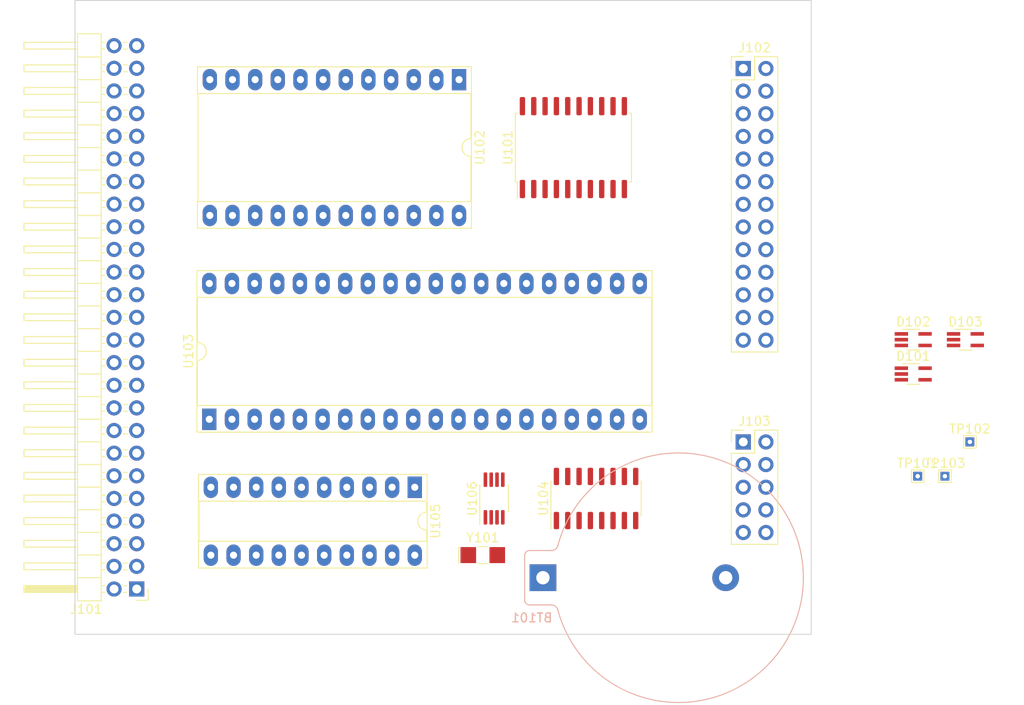
<source format=kicad_pcb>
(kicad_pcb (version 20211014) (generator pcbnew)
  (layers (0 "F.Cu" signal) (31 "B.Cu" signal) (34 "B.Paste" user) (35 "F.Paste" user) (36 "B.SilkS" user "B.Silkscreen") (37 "F.SilkS" user "F.Silkscreen") (38 "B.Mask" user) (39 "F.Mask" user) (44 "Edge.Cuts" user))
  (net 0 "")
  (net 1 "CEN.D0")
  (net 2 "GND")
  (net 3 "CEN.D1")
  (net 4 "CEN.D2")
  (net 5 "CEN.D3")
  (net 6 "CEN.D4")
  (net 7 "CEN.D5")
  (net 8 "CEN.D6")
  (net 9 "CEN.D7")
  (net 10 "CEN.~{BUSY}")
  (net 11 "CEN.~{STROBE}")
  (net 14 "5VDC")
  (net 16 "12VDC")
  (net 17 "A14")
  (net 18 "A15")
  (net 19 "A12")
  (net 20 "A13")
  (net 21 "A10")
  (net 22 "A11")
  (net 23 "A8")
  (net 24 "A9")
  (net 25 "A6")
  (net 26 "A7")
  (net 27 "A4")
  (net 28 "A5")
  (net 29 "A2")
  (net 30 "A3")
  (net 31 "A0")
  (net 32 "A1")
  (net 33 "D6")
  (net 34 "D7")
  (net 35 "D4")
  (net 36 "D5")
  (net 37 "D2")
  (net 38 "D3")
  (net 39 "D0")
  (net 40 "D1")
  (net 41 "~{RESET}")
  (net 42 "~{M1}")
  (net 44 "~{INT}")
  (net 46 "~{WAIT}")
  (net 47 "~{WR}")
  (net 48 "~{MREQ}")
  (net 49 "~{RD}")
  (net 50 "~{IOREQ}")
  (net 55 "3M2")
  (net 56 "CLK")
  (net 57 "CEN.PAPEROUT")
  (net 64 "RS232.RTS")
  (net 65 "RS232.CTS")
  (net 66 "SERIAL.CTS")
  (net 67 "SERIAL.RTS")
  (net 68 "SERIAL.TXD")
  (net 69 "SERIAL.RXD")
  (net 70 "RS232.RXD")
  (net 71 "RS232.TXD")
  (net 72 "TIMER.CLK")
  (net 73 "~{TxCA}")
  (net 74 "~{RxCA}")
  (net 75 "~{RxTxCB}")
  (net 76 "TIMER.~{CS}")
  (net 79 "SERIAL.RI")
  (net 80 "CEN.ACK")
  (net 81 "SERIAL.~{DCD}")
  (net 82 "DART.CLK")
  (net 83 "PAR.~{BUSY}")
  (net 84 "PAR.WR")
  (net 85 "PAR.~{STROBE}")
  (net 88 "DART.~{CS}")
  (net 89 "PAR.PAPEROUT")
  (net 90 "EXT.~{SDO}")
  (net 91 "CEN.SELSTAT")
  (net 92 "CEN.~{ALF}")
  (net 93 "CEN.ERR")
  (net 94 "CEN.INIT")
  (net 95 "CEN.~{SEL}")
  (net 100 "EXT.~{SDI}")
  (net 104 "VBAT")
  (net 105 "RTC.~{SCL}")
  (net 106 "Net-(U106-Pad1)")
  (net 107 "Net-(U106-Pad2)")
  (net 108 "RTC.~{SDA}")
  (footprint "TestPoint:TestPoint_THTPad_1.0x1.0mm_Drill0.5mm" (layer "F.Cu") (at 204.47 80.01)
    (fp_text reference "TP102" (at 0 -1.448) (layer "F.SilkS"))
    (fp_text value "TestPoint_Probe")
    (pad "1" thru_hole rect (at 0 0) (size 1 1) (drill 0.5) (layers *.Cu *.Mask) (net 90 "EXT.~{SDO}"))
  )
  (footprint "TestPoint:TestPoint_THTPad_1.0x1.0mm_Drill0.5mm" (layer "F.Cu") (at 201.67 83.86)
    (fp_text reference "TP103" (at 0 -1.448) (layer "F.SilkS"))
    (fp_text value "TestPoint_Probe")
    (pad "1" thru_hole rect (at 0 0) (size 1 1) (drill 0.5) (layers *.Cu *.Mask) (net 105 "RTC.~{SCL}"))
  )
  (footprint "Package_TO_SOT_SMD:SOT-353_SC-70-5_Handsoldering" (layer "F.Cu") (at 198.12 68.54)
    (fp_text reference "D102" (at 0 -2) (layer "F.SilkS"))
    (fp_text value "PESD5V0L4UG")
    (pad "1" smd rect (at -1.33 -0.65) (size 1.5 0.4) (layers "F.Cu" "F.Paste" "F.Mask") (net 6 "CEN.D4"))
    (pad "2" smd rect (at -1.33 0) (size 1.5 0.4) (layers "F.Cu" "F.Paste" "F.Mask") (net 2 "GND"))
    (pad "3" smd rect (at -1.33 0.65) (size 1.5 0.4) (layers "F.Cu" "F.Paste" "F.Mask") (net 7 "CEN.D5"))
    (pad "4" smd rect (at 1.33 0.65) (size 1.5 0.4) (layers "F.Cu" "F.Paste" "F.Mask") (net 8 "CEN.D6"))
    (pad "5" smd rect (at 1.33 -0.65) (size 1.5 0.4) (layers "F.Cu" "F.Paste" "F.Mask") (net 9 "CEN.D7"))
  )
  (footprint "Package_SO:SOIC-16_3.9x9.9mm_P1.27mm" (layer "F.Cu") (at 162.56 86.36 90)
    (fp_text reference "U104" (at 0 -5.9 90) (layer "F.SilkS"))
    (fp_text value "MAX232")
    (pad "1" smd roundrect (at -2.475 -4.445 90) (size 1.95 0.6) (layers "F.Cu" "F.Paste" "F.Mask"))
    (pad "2" smd roundrect (at -2.475 -3.175 90) (size 1.95 0.6) (layers "F.Cu" "F.Paste" "F.Mask"))
    (pad "3" smd roundrect (at -2.475 -1.905 90) (size 1.95 0.6) (layers "F.Cu" "F.Paste" "F.Mask"))
    (pad "4" smd roundrect (at -2.475 -0.635 90) (size 1.95 0.6) (layers "F.Cu" "F.Paste" "F.Mask"))
    (pad "5" smd roundrect (at -2.475 0.635 90) (size 1.95 0.6) (layers "F.Cu" "F.Paste" "F.Mask"))
    (pad "6" smd roundrect (at -2.475 1.905 90) (size 1.95 0.6) (layers "F.Cu" "F.Paste" "F.Mask"))
    (pad "7" smd roundrect (at -2.475 3.175 90) (size 1.95 0.6) (layers "F.Cu" "F.Paste" "F.Mask") (net 64 "RS232.RTS"))
    (pad "8" smd roundrect (at -2.475 4.445 90) (size 1.95 0.6) (layers "F.Cu" "F.Paste" "F.Mask") (net 65 "RS232.CTS"))
    (pad "9" smd roundrect (at 2.475 4.445 90) (size 1.95 0.6) (layers "F.Cu" "F.Paste" "F.Mask") (net 66 "SERIAL.CTS"))
    (pad "10" smd roundrect (at 2.475 3.175 90) (size 1.95 0.6) (layers "F.Cu" "F.Paste" "F.Mask") (net 67 "SERIAL.RTS"))
    (pad "11" smd roundrect (at 2.475 1.905 90) (size 1.95 0.6) (layers "F.Cu" "F.Paste" "F.Mask") (net 68 "SERIAL.TXD"))
    (pad "12" smd roundrect (at 2.475 0.635 90) (size 1.95 0.6) (layers "F.Cu" "F.Paste" "F.Mask") (net 69 "SERIAL.RXD"))
    (pad "13" smd roundrect (at 2.475 -0.635 90) (size 1.95 0.6) (layers "F.Cu" "F.Paste" "F.Mask") (net 70 "RS232.RXD"))
    (pad "14" smd roundrect (at 2.475 -1.905 90) (size 1.95 0.6) (layers "F.Cu" "F.Paste" "F.Mask") (net 71 "RS232.TXD"))
    (pad "15" smd roundrect (at 2.475 -3.175 90) (size 1.95 0.6) (layers "F.Cu" "F.Paste" "F.Mask") (net 2 "GND"))
    (pad "16" smd roundrect (at 2.475 -4.445 90) (size 1.95 0.6) (layers "F.Cu" "F.Paste" "F.Mask") (net 14 "5VDC"))
  )
  (footprint "Connector_PinHeader_2.54mm:PinHeader_2x13_P2.54mm_Vertical" (layer "F.Cu") (at 179.065 38.115)
    (fp_text reference "J102" (at 1.27 -2.33) (layer "F.SilkS"))
    (fp_text value "DB25_Female")
    (pad "1" thru_hole rect (at 0 0) (size 1.7 1.7) (drill 1) (layers *.Cu *.Mask) (net 11 "CEN.~{STROBE}"))
    (pad "2" thru_hole oval (at 2.54 0) (size 1.7 1.7) (drill 1) (layers *.Cu *.Mask) (net 1 "CEN.D0"))
    (pad "3" thru_hole oval (at 0 2.54) (size 1.7 1.7) (drill 1) (layers *.Cu *.Mask) (net 3 "CEN.D1"))
    (pad "4" thru_hole oval (at 2.54 2.54) (size 1.7 1.7) (drill 1) (layers *.Cu *.Mask) (net 4 "CEN.D2"))
    (pad "5" thru_hole oval (at 0 5.08) (size 1.7 1.7) (drill 1) (layers *.Cu *.Mask) (net 5 "CEN.D3"))
    (pad "6" thru_hole oval (at 2.54 5.08) (size 1.7 1.7) (drill 1) (layers *.Cu *.Mask) (net 6 "CEN.D4"))
    (pad "7" thru_hole oval (at 0 7.62) (size 1.7 1.7) (drill 1) (layers *.Cu *.Mask) (net 7 "CEN.D5"))
    (pad "8" thru_hole oval (at 2.54 7.62) (size 1.7 1.7) (drill 1) (layers *.Cu *.Mask) (net 8 "CEN.D6"))
    (pad "9" thru_hole oval (at 0 10.16) (size 1.7 1.7) (drill 1) (layers *.Cu *.Mask) (net 9 "CEN.D7"))
    (pad "10" thru_hole oval (at 2.54 10.16) (size 1.7 1.7) (drill 1) (layers *.Cu *.Mask) (net 80 "CEN.ACK"))
    (pad "11" thru_hole oval (at 0 12.7) (size 1.7 1.7) (drill 1) (layers *.Cu *.Mask) (net 10 "CEN.~{BUSY}"))
    (pad "12" thru_hole oval (at 2.54 12.7) (size 1.7 1.7) (drill 1) (layers *.Cu *.Mask) (net 57 "CEN.PAPEROUT"))
    (pad "13" thru_hole oval (at 0 15.24) (size 1.7 1.7) (drill 1) (layers *.Cu *.Mask) (net 91 "CEN.SELSTAT"))
    (pad "14" thru_hole oval (at 2.54 15.24) (size 1.7 1.7) (drill 1) (layers *.Cu *.Mask) (net 92 "CEN.~{ALF}"))
    (pad "15" thru_hole oval (at 0 17.78) (size 1.7 1.7) (drill 1) (layers *.Cu *.Mask) (net 93 "CEN.ERR"))
    (pad "16" thru_hole oval (at 2.54 17.78) (size 1.7 1.7) (drill 1) (layers *.Cu *.Mask) (net 94 "CEN.INIT"))
    (pad "17" thru_hole oval (at 0 20.32) (size 1.7 1.7) (drill 1) (layers *.Cu *.Mask) (net 95 "CEN.~{SEL}"))
    (pad "18" thru_hole oval (at 2.54 20.32) (size 1.7 1.7) (drill 1) (layers *.Cu *.Mask) (net 2 "GND"))
    (pad "19" thru_hole oval (at 0 22.86) (size 1.7 1.7) (drill 1) (layers *.Cu *.Mask) (net 2 "GND"))
    (pad "20" thru_hole oval (at 2.54 22.86) (size 1.7 1.7) (drill 1) (layers *.Cu *.Mask) (net 2 "GND"))
    (pad "21" thru_hole oval (at 0 25.4) (size 1.7 1.7) (drill 1) (layers *.Cu *.Mask) (net 2 "GND"))
    (pad "22" thru_hole oval (at 2.54 25.4) (size 1.7 1.7) (drill 1) (layers *.Cu *.Mask) (net 2 "GND"))
    (pad "23" thru_hole oval (at 0 27.94) (size 1.7 1.7) (drill 1) (layers *.Cu *.Mask) (net 2 "GND"))
    (pad "24" thru_hole oval (at 2.54 27.94) (size 1.7 1.7) (drill 1) (layers *.Cu *.Mask) (net 2 "GND"))
    (pad "25" thru_hole oval (at 0 30.48) (size 1.7 1.7) (drill 1) (layers *.Cu *.Mask) (net 2 "GND"))
    (pad "26" thru_hole oval (at 2.54 30.48) (size 1.7 1.7) (drill 1) (layers *.Cu *.Mask))
  )
  (footprint "Connector_PinHeader_2.54mm:PinHeader_2x25_P2.54mm_Horizontal" (layer "F.Cu") (at 111.06 96.515 180)
    (fp_text reference "J101" (at 5.655 -2.27) (layer "F.SilkS"))
    (fp_text value "PCW/Z80 Expansion port")
    (pad "1" thru_hole rect (at 0 0 180) (size 1.7 1.7) (drill 1) (layers *.Cu *.Mask))
    (pad "2" thru_hole oval (at 2.54 0 180) (size 1.7 1.7) (drill 1) (layers *.Cu *.Mask))
    (pad "3" thru_hole oval (at 0 2.54 180) (size 1.7 1.7) (drill 1) (layers *.Cu *.Mask) (net 2 "GND"))
    (pad "4" thru_hole oval (at 2.54 2.54 180) (size 1.7 1.7) (drill 1) (layers *.Cu *.Mask) (net 2 "GND"))
    (pad "5" thru_hole oval (at 0 5.08 180) (size 1.7 1.7) (drill 1) (layers *.Cu *.Mask) (net 14 "5VDC"))
    (pad "6" thru_hole oval (at 2.54 5.08 180) (size 1.7 1.7) (drill 1) (layers *.Cu *.Mask) (net 14 "5VDC"))
    (pad "7" thru_hole oval (at 0 7.62 180) (size 1.7 1.7) (drill 1) (layers *.Cu *.Mask))
    (pad "8" thru_hole oval (at 2.54 7.62 180) (size 1.7 1.7) (drill 1) (layers *.Cu *.Mask) (net 16 "12VDC"))
    (pad "9" thru_hole oval (at 0 10.16 180) (size 1.7 1.7) (drill 1) (layers *.Cu *.Mask) (net 17 "A14"))
    (pad "10" thru_hole oval (at 2.54 10.16 180) (size 1.7 1.7) (drill 1) (layers *.Cu *.Mask) (net 18 "A15"))
    (pad "11" thru_hole oval (at 0 12.7 180) (size 1.7 1.7) (drill 1) (layers *.Cu *.Mask) (net 19 "A12"))
    (pad "12" thru_hole oval (at 2.54 12.7 180) (size 1.7 1.7) (drill 1) (layers *.Cu *.Mask) (net 20 "A13"))
    (pad "13" thru_hole oval (at 0 15.24 180) (size 1.7 1.7) (drill 1) (layers *.Cu *.Mask) (net 21 "A10"))
    (pad "14" thru_hole oval (at 2.54 15.24 180) (size 1.7 1.7) (drill 1) (layers *.Cu *.Mask) (net 22 "A11"))
    (pad "15" thru_hole oval (at 0 17.78 180) (size 1.7 1.7) (drill 1) (layers *.Cu *.Mask) (net 23 "A8"))
    (pad "16" thru_hole oval (at 2.54 17.78 180) (size 1.7 1.7) (drill 1) (layers *.Cu *.Mask) (net 24 "A9"))
    (pad "17" thru_hole oval (at 0 20.32 180) (size 1.7 1.7) (drill 1) (layers *.Cu *.Mask) (net 25 "A6"))
    (pad "18" thru_hole oval (at 2.54 20.32 180) (size 1.7 1.7) (drill 1) (layers *.Cu *.Mask) (net 26 "A7"))
    (pad "19" thru_hole oval (at 0 22.86 180) (size 1.7 1.7) (drill 1) (layers *.Cu *.Mask) (net 27 "A4"))
    (pad "20" thru_hole oval (at 2.54 22.86 180) (size 1.7 1.7) (drill 1) (layers *.Cu *.Mask) (net 28 "A5"))
    (pad "21" thru_hole oval (at 0 25.4 180) (size 1.7 1.7) (drill 1) (layers *.Cu *.Mask) (net 29 "A2"))
    (pad "22" thru_hole oval (at 2.54 25.4 180) (size 1.7 1.7) (drill 1) (layers *.Cu *.Mask) (net 30 "A3"))
    (pad "23" thru_hole oval (at 0 27.94 180) (size 1.7 1.7) (drill 1) (layers *.Cu *.Mask) (net 31 "A0"))
    (pad "24" thru_hole oval (at 2.54 27.94 180) (size 1.7 1.7) (drill 1) (layers *.Cu *.Mask) (net 32 "A1"))
    (pad "25" thru_hole oval (at 0 30.48 180) (size 1.7 1.7) (drill 1) (layers *.Cu *.Mask) (net 33 "D6"))
    (pad "26" thru_hole oval (at 2.54 30.48 180) (size 1.7 1.7) (drill 1) (layers *.Cu *.Mask) (net 34 "D7"))
    (pad "27" thru_hole oval (at 0 33.02 180) (size 1.7 1.7) (drill 1) (layers *.Cu *.Mask) (net 35 "D4"))
    (pad "28" thru_hole oval (at 2.54 33.02 180) (size 1.7 1.7) (drill 1) (layers *.Cu *.Mask) (net 36 "D5"))
    (pad "29" thru_hole oval (at 0 35.56 180) (size 1.7 1.7) (drill 1) (layers *.Cu *.Mask) (net 37 "D2"))
    (pad "30" thru_hole oval (at 2.54 35.56 180) (size 1.7 1.7) (drill 1) (layers *.Cu *.Mask) (net 38 "D3"))
    (pad "31" thru_hole oval (at 0 38.1 180) (size 1.7 1.7) (drill 1) (layers *.Cu *.Mask) (net 39 "D0"))
    (pad "32" thru_hole oval (at 2.54 38.1 180) (size 1.7 1.7) (drill 1) (layers *.Cu *.Mask) (net 40 "D1"))
    (pad "33" thru_hole oval (at 0 40.64 180) (size 1.7 1.7) (drill 1) (layers *.Cu *.Mask) (net 41 "~{RESET}"))
    (pad "34" thru_hole oval (at 2.54 40.64 180) (size 1.7 1.7) (drill 1) (layers *.Cu *.Mask) (net 42 "~{M1}"))
    (pad "35" thru_hole oval (at 0 43.18 180) (size 1.7 1.7) (drill 1) (layers *.Cu *.Mask))
    (pad "36" thru_hole oval (at 2.54 43.18 180) (size 1.7 1.7) (drill 1) (layers *.Cu *.Mask) (net 44 "~{INT}"))
    (pad "37" thru_hole oval (at 0 45.72 180) (size 1.7 1.7) (drill 1) (layers *.Cu *.Mask))
    (pad "38" thru_hole oval (at 2.54 45.72 180) (size 1.7 1.7) (drill 1) (layers *.Cu *.Mask) (net 46 "~{WAIT}"))
    (pad "39" thru_hole oval (at 0 48.26 180) (size 1.7 1.7) (drill 1) (layers *.Cu *.Mask) (net 47 "~{WR}"))
    (pad "40" thru_hole oval (at 2.54 48.26 180) (size 1.7 1.7) (drill 1) (layers *.Cu *.Mask) (net 48 "~{MREQ}"))
    (pad "41" thru_hole oval (at 0 50.8 180) (size 1.7 1.7) (drill 1) (layers *.Cu *.Mask) (net 49 "~{RD}"))
    (pad "42" thru_hole oval (at 2.54 50.8 180) (size 1.7 1.7) (drill 1) (layers *.Cu *.Mask) (net 50 "~{IOREQ}"))
    (pad "43" thru_hole oval (at 0 53.34 180) (size 1.7 1.7) (drill 1) (layers *.Cu *.Mask))
    (pad "44" thru_hole oval (at 2.54 53.34 180) (size 1.7 1.7) (drill 1) (layers *.Cu *.Mask))
    (pad "45" thru_hole oval (at 0 55.88 180) (size 1.7 1.7) (drill 1) (layers *.Cu *.Mask))
    (pad "46" thru_hole oval (at 2.54 55.88 180) (size 1.7 1.7) (drill 1) (layers *.Cu *.Mask))
    (pad "47" thru_hole oval (at 0 58.42 180) (size 1.7 1.7) (drill 1) (layers *.Cu *.Mask) (net 55 "3M2"))
    (pad "48" thru_hole oval (at 2.54 58.42 180) (size 1.7 1.7) (drill 1) (layers *.Cu *.Mask) (net 56 "CLK"))
    (pad "49" thru_hole oval (at 0 60.96 180) (size 1.7 1.7) (drill 1) (layers *.Cu *.Mask) (net 2 "GND"))
    (pad "50" thru_hole oval (at 2.54 60.96 180) (size 1.7 1.7) (drill 1) (layers *.Cu *.Mask) (net 2 "GND"))
  )
  (footprint "Package_SO:SOIC-20W_7.5x12.8mm_P1.27mm" (layer "F.Cu") (at 160.02 46.99 90)
    (fp_text reference "U101" (at 0 -7.35 90) (layer "F.SilkS"))
    (fp_text value "74LS573")
    (pad "1" smd roundrect (at -4.65 -5.715 90) (size 2.05 0.6) (layers "F.Cu" "F.Paste" "F.Mask") (net 2 "GND"))
    (pad "2" smd roundrect (at -4.65 -4.445 90) (size 2.05 0.6) (layers "F.Cu" "F.Paste" "F.Mask") (net 39 "D0"))
    (pad "3" smd roundrect (at -4.65 -3.175 90) (size 2.05 0.6) (layers "F.Cu" "F.Paste" "F.Mask") (net 40 "D1"))
    (pad "4" smd roundrect (at -4.65 -1.905 90) (size 2.05 0.6) (layers "F.Cu" "F.Paste" "F.Mask") (net 37 "D2"))
    (pad "5" smd roundrect (at -4.65 -0.635 90) (size 2.05 0.6) (layers "F.Cu" "F.Paste" "F.Mask") (net 38 "D3"))
    (pad "6" smd roundrect (at -4.65 0.635 90) (size 2.05 0.6) (layers "F.Cu" "F.Paste" "F.Mask") (net 35 "D4"))
    (pad "7" smd roundrect (at -4.65 1.905 90) (size 2.05 0.6) (layers "F.Cu" "F.Paste" "F.Mask") (net 36 "D5"))
    (pad "8" smd roundrect (at -4.65 3.175 90) (size 2.05 0.6) (layers "F.Cu" "F.Paste" "F.Mask") (net 33 "D6"))
    (pad "9" smd roundrect (at -4.65 4.445 90) (size 2.05 0.6) (layers "F.Cu" "F.Paste" "F.Mask") (net 34 "D7"))
    (pad "10" smd roundrect (at -4.65 5.715 90) (size 2.05 0.6) (layers "F.Cu" "F.Paste" "F.Mask") (net 2 "GND"))
    (pad "11" smd roundrect (at 4.65 5.715 90) (size 2.05 0.6) (layers "F.Cu" "F.Paste" "F.Mask") (net 84 "PAR.WR"))
    (pad "12" smd roundrect (at 4.65 4.445 90) (size 2.05 0.6) (layers "F.Cu" "F.Paste" "F.Mask") (net 9 "CEN.D7"))
    (pad "13" smd roundrect (at 4.65 3.175 90) (size 2.05 0.6) (layers "F.Cu" "F.Paste" "F.Mask") (net 8 "CEN.D6"))
    (pad "14" smd roundrect (at 4.65 1.905 90) (size 2.05 0.6) (layers "F.Cu" "F.Paste" "F.Mask") (net 7 "CEN.D5"))
    (pad "15" smd roundrect (at 4.65 0.635 90) (size 2.05 0.6) (layers "F.Cu" "F.Paste" "F.Mask") (net 6 "CEN.D4"))
    (pad "16" smd roundrect (at 4.65 -0.635 90) (size 2.05 0.6) (layers "F.Cu" "F.Paste" "F.Mask") (net 5 "CEN.D3"))
    (pad "17" smd roundrect (at 4.65 -1.905 90) (size 2.05 0.6) (layers "F.Cu" "F.Paste" "F.Mask") (net 4 "CEN.D2"))
    (pad "18" smd roundrect (at 4.65 -3.175 90) (size 2.05 0.6) (layers "F.Cu" "F.Paste" "F.Mask") (net 3 "CEN.D1"))
    (pad "19" smd roundrect (at 4.65 -4.445 90) (size 2.05 0.6) (layers "F.Cu" "F.Paste" "F.Mask") (net 1 "CEN.D0"))
    (pad "20" smd roundrect (at 4.65 -5.715 90) (size 2.05 0.6) (layers "F.Cu" "F.Paste" "F.Mask") (net 14 "5VDC"))
  )
  (footprint "Connector_PinHeader_2.54mm:PinHeader_2x05_P2.54mm_Vertical" (layer "F.Cu") (at 179.065 80.015)
    (fp_text reference "J103" (at 1.27 -2.33) (layer "F.SilkS"))
    (fp_text value "DB9")
    (pad "1" thru_hole rect (at 0 0) (size 1.7 1.7) (drill 1) (layers *.Cu *.Mask))
    (pad "2" thru_hole oval (at 2.54 0) (size 1.7 1.7) (drill 1) (layers *.Cu *.Mask) (net 70 "RS232.RXD"))
    (pad "3" thru_hole oval (at 0 2.54) (size 1.7 1.7) (drill 1) (layers *.Cu *.Mask) (net 71 "RS232.TXD"))
    (pad "4" thru_hole oval (at 2.54 2.54) (size 1.7 1.7) (drill 1) (layers *.Cu *.Mask))
    (pad "5" thru_hole oval (at 0 5.08) (size 1.7 1.7) (drill 1) (layers *.Cu *.Mask) (net 2 "GND"))
    (pad "6" thru_hole oval (at 2.54 5.08) (size 1.7 1.7) (drill 1) (layers *.Cu *.Mask))
    (pad "7" thru_hole oval (at 0 7.62) (size 1.7 1.7) (drill 1) (layers *.Cu *.Mask) (net 64 "RS232.RTS"))
    (pad "8" thru_hole oval (at 2.54 7.62) (size 1.7 1.7) (drill 1) (layers *.Cu *.Mask) (net 65 "RS232.CTS"))
    (pad "9" thru_hole oval (at 0 10.16) (size 1.7 1.7) (drill 1) (layers *.Cu *.Mask))
    (pad "10" thru_hole oval (at 2.54 10.16) (size 1.7 1.7) (drill 1) (layers *.Cu *.Mask))
  )
  (footprint "Package_DIP:DIP-20_W7.62mm_Socket_LongPads" (layer "F.Cu") (at 142.235 85.1 -90)
    (fp_text reference "U105" (at 3.81 -2.33 90) (layer "F.SilkS"))
    (fp_text value "GAL16V8")
    (pad "1" thru_hole rect (at 0 0 270) (size 2.4 1.6) (drill 0.8) (layers *.Cu *.Mask) (net 56 "CLK"))
    (pad "2" thru_hole oval (at 0 2.54 270) (size 2.4 1.6) (drill 0.8) (layers *.Cu *.Mask) (net 85 "PAR.~{STROBE}"))
    (pad "3" thru_hole oval (at 0 5.08 270) (size 2.4 1.6) (drill 0.8) (layers *.Cu *.Mask) (net 50 "~{IOREQ}"))
    (pad "4" thru_hole oval (at 0 7.62 270) (size 2.4 1.6) (drill 0.8) (layers *.Cu *.Mask) (net 29 "A2"))
    (pad "5" thru_hole oval (at 0 10.16 270) (size 2.4 1.6) (drill 0.8) (layers *.Cu *.Mask) (net 30 "A3"))
    (pad "6" thru_hole oval (at 0 12.7 270) (size 2.4 1.6) (drill 0.8) (layers *.Cu *.Mask) (net 27 "A4"))
    (pad "7" thru_hole oval (at 0 15.24 270) (size 2.4 1.6) (drill 0.8) (layers *.Cu *.Mask) (net 28 "A5"))
    (pad "8" thru_hole oval (at 0 17.78 270) (size 2.4 1.6) (drill 0.8) (layers *.Cu *.Mask) (net 25 "A6"))
    (pad "9" thru_hole oval (at 0 20.32 270) (size 2.4 1.6) (drill 0.8) (layers *.Cu *.Mask) (net 26 "A7"))
    (pad "10" thru_hole oval (at 0 22.86 270) (size 2.4 1.6) (drill 0.8) (layers *.Cu *.Mask) (net 2 "GND"))
    (pad "11" thru_hole oval (at 7.62 22.86 270) (size 2.4 1.6) (drill 0.8) (layers *.Cu *.Mask) (net 2 "GND"))
    (pad "12" thru_hole oval (at 7.62 20.32 270) (size 2.4 1.6) (drill 0.8) (layers *.Cu *.Mask) (net 82 "DART.CLK"))
    (pad "13" thru_hole oval (at 7.62 17.78 270) (size 2.4 1.6) (drill 0.8) (layers *.Cu *.Mask))
    (pad "14" thru_hole oval (at 7.62 15.24 270) (size 2.4 1.6) (drill 0.8) (layers *.Cu *.Mask))
    (pad "15" thru_hole oval (at 7.62 12.7 270) (size 2.4 1.6) (drill 0.8) (layers *.Cu *.Mask) (net 84 "PAR.WR"))
    (pad "16" thru_hole oval (at 7.62 10.16 270) (size 2.4 1.6) (drill 0.8) (layers *.Cu *.Mask) (net 88 "DART.~{CS}"))
    (pad "17" thru_hole oval (at 7.62 7.62 270) (size 2.4 1.6) (drill 0.8) (layers *.Cu *.Mask) (net 76 "TIMER.~{CS}"))
    (pad "18" thru_hole oval (at 7.62 5.08 270) (size 2.4 1.6) (drill 0.8) (layers *.Cu *.Mask) (net 11 "CEN.~{STROBE}"))
    (pad "19" thru_hole oval (at 7.62 2.54 270) (size 2.4 1.6) (drill 0.8) (layers *.Cu *.Mask) (net 72 "TIMER.CLK"))
    (pad "20" thru_hole oval (at 7.62 0 270) (size 2.4 1.6) (drill 0.8) (layers *.Cu *.Mask) (net 14 "5VDC"))
  )
  (footprint "Crystal:Crystal_SMD_EuroQuartz_EQ161-2Pin_3.2x1.5mm_HandSoldering" (layer "F.Cu") (at 149.86 92.71)
    (fp_text reference "Y101" (at 0 -1.95) (layer "F.SilkS"))
    (fp_text value "32.768kHz")
    (pad "1" smd rect (at -1.625 0) (size 1.75 1.8) (layers "F.Cu" "F.Paste" "F.Mask") (net 106 "Net-(U106-Pad1)"))
    (pad "2" smd rect (at 1.625 0) (size 1.75 1.8) (layers "F.Cu" "F.Paste" "F.Mask") (net 107 "Net-(U106-Pad2)"))
  )
  (footprint "TestPoint:TestPoint_THTPad_1.0x1.0mm_Drill0.5mm" (layer "F.Cu") (at 198.62 83.86)
    (fp_text reference "TP101" (at 0 -1.448) (layer "F.SilkS"))
    (fp_text value "TestPoint_Probe")
    (pad "1" thru_hole rect (at 0 0) (size 1 1) (drill 0.5) (layers *.Cu *.Mask) (net 100 "EXT.~{SDI}"))
  )
  (footprint "Package_DIP:DIP-24_W15.24mm_Socket_LongPads" (layer "F.Cu") (at 147.198 39.365 -90)
    (fp_text reference "U102" (at 7.62 -2.33 90) (layer "F.SilkS"))
    (fp_text value "8254")
    (pad "1" thru_hole rect (at 0 0 270) (size 2.4 1.6) (drill 0.8) (layers *.Cu *.Mask) (net 34 "D7"))
    (pad "2" thru_hole oval (at 0 2.54 270) (size 2.4 1.6) (drill 0.8) (layers *.Cu *.Mask) (net 33 "D6"))
    (pad "3" thru_hole oval (at 0 5.08 270) (size 2.4 1.6) (drill 0.8) (layers *.Cu *.Mask) (net 36 "D5"))
    (pad "4" thru_hole oval (at 0 7.62 270) (size 2.4 1.6) (drill 0.8) (layers *.Cu *.Mask) (net 35 "D4"))
    (pad "5" thru_hole oval (at 0 10.16 270) (size 2.4 1.6) (drill 0.8) (layers *.Cu *.Mask) (net 38 "D3"))
    (pad "6" thru_hole oval (at 0 12.7 270) (size 2.4 1.6) (drill 0.8) (layers *.Cu *.Mask) (net 37 "D2"))
    (pad "7" thru_hole oval (at 0 15.24 270) (size 2.4 1.6) (drill 0.8) (layers *.Cu *.Mask) (net 40 "D1"))
    (pad "8" thru_hole oval (at 0 17.78 270) (size 2.4 1.6) (drill 0.8) (layers *.Cu *.Mask) (net 39 "D0"))
    (pad "9" thru_hole oval (at 0 20.32 270) (size 2.4 1.6) (drill 0.8) (layers *.Cu *.Mask) (net 72 "TIMER.CLK"))
    (pad "10" thru_hole oval (at 0 22.86 270) (size 2.4 1.6) (drill 0.8) (layers *.Cu *.Mask) (net 73 "~{TxCA}"))
    (pad "11" thru_hole oval (at 0 25.4 270) (size 2.4 1.6) (drill 0.8) (layers *.Cu *.Mask) (net 14 "5VDC"))
    (pad "12" thru_hole oval (at 0 27.94 270) (size 2.4 1.6) (drill 0.8) (layers *.Cu *.Mask) (net 2 "GND"))
    (pad "13" thru_hole oval (at 15.24 27.94 270) (size 2.4 1.6) (drill 0.8) (layers *.Cu *.Mask) (net 74 "~{RxCA}"))
    (pad "14" thru_hole oval (at 15.24 25.4 270) (size 2.4 1.6) (drill 0.8) (layers *.Cu *.Mask) (net 14 "5VDC"))
    (pad "15" thru_hole oval (at 15.24 22.86 270) (size 2.4 1.6) (drill 0.8) (layers *.Cu *.Mask) (net 72 "TIMER.CLK"))
    (pad "16" thru_hole oval (at 15.24 20.32 270) (size 2.4 1.6) (drill 0.8) (layers *.Cu *.Mask) (net 14 "5VDC"))
    (pad "17" thru_hole oval (at 15.24 17.78 270) (size 2.4 1.6) (drill 0.8) (layers *.Cu *.Mask) (net 75 "~{RxTxCB}"))
    (pad "18" thru_hole oval (at 15.24 15.24 270) (size 2.4 1.6) (drill 0.8) (layers *.Cu *.Mask) (net 72 "TIMER.CLK"))
    (pad "19" thru_hole oval (at 15.24 12.7 270) (size 2.4 1.6) (drill 0.8) (layers *.Cu *.Mask) (net 31 "A0"))
    (pad "20" thru_hole oval (at 15.24 10.16 270) (size 2.4 1.6) (drill 0.8) (layers *.Cu *.Mask) (net 32 "A1"))
    (pad "21" thru_hole oval (at 15.24 7.62 270) (size 2.4 1.6) (drill 0.8) (layers *.Cu *.Mask) (net 76 "TIMER.~{CS}"))
    (pad "22" thru_hole oval (at 15.24 5.08 270) (size 2.4 1.6) (drill 0.8) (layers *.Cu *.Mask) (net 49 "~{RD}"))
    (pad "23" thru_hole oval (at 15.24 2.54 270) (size 2.4 1.6) (drill 0.8) (layers *.Cu *.Mask) (net 47 "~{WR}"))
    (pad "24" thru_hole oval (at 15.24 0 270) (size 2.4 1.6) (drill 0.8) (layers *.Cu *.Mask) (net 14 "5VDC"))
  )
  (footprint "Package_DIP:DIP-40_W15.24mm_Socket_LongPads" (layer "F.Cu") (at 119.198 77.475 90)
    (fp_text reference "U103" (at 7.62 -2.33 90) (layer "F.SilkS"))
    (fp_text value "Z80DART")
    (pad "1" thru_hole rect (at 0 0 90) (size 2.4 1.6) (drill 0.8) (layers *.Cu *.Mask) (net 40 "D1"))
    (pad "2" thru_hole oval (at 0 2.54 90) (size 2.4 1.6) (drill 0.8) (layers *.Cu *.Mask) (net 38 "D3"))
    (pad "3" thru_hole oval (at 0 5.08 90) (size 2.4 1.6) (drill 0.8) (layers *.Cu *.Mask) (net 36 "D5"))
    (pad "4" thru_hole oval (at 0 7.62 90) (size 2.4 1.6) (drill 0.8) (layers *.Cu *.Mask) (net 34 "D7"))
    (pad "5" thru_hole oval (at 0 10.16 90) (size 2.4 1.6) (drill 0.8) (layers *.Cu *.Mask) (net 44 "~{INT}"))
    (pad "6" thru_hole oval (at 0 12.7 90) (size 2.4 1.6) (drill 0.8) (layers *.Cu *.Mask) (net 14 "5VDC"))
    (pad "7" thru_hole oval (at 0 15.24 90) (size 2.4 1.6) (drill 0.8) (layers *.Cu *.Mask))
    (pad "8" thru_hole oval (at 0 17.78 90) (size 2.4 1.6) (drill 0.8) (layers *.Cu *.Mask) (net 42 "~{M1}"))
    (pad "9" thru_hole oval (at 0 20.32 90) (size 2.4 1.6) (drill 0.8) (layers *.Cu *.Mask) (net 14 "5VDC"))
    (pad "10" thru_hole oval (at 0 22.86 90) (size 2.4 1.6) (drill 0.8) (layers *.Cu *.Mask))
    (pad "11" thru_hole oval (at 0 25.4 90) (size 2.4 1.6) (drill 0.8) (layers *.Cu *.Mask) (net 79 "SERIAL.RI"))
    (pad "12" thru_hole oval (at 0 27.94 90) (size 2.4 1.6) (drill 0.8) (layers *.Cu *.Mask) (net 69 "SERIAL.RXD"))
    (pad "13" thru_hole oval (at 0 30.48 90) (size 2.4 1.6) (drill 0.8) (layers *.Cu *.Mask) (net 74 "~{RxCA}"))
    (pad "14" thru_hole oval (at 0 33.02 90) (size 2.4 1.6) (drill 0.8) (layers *.Cu *.Mask) (net 73 "~{TxCA}"))
    (pad "15" thru_hole oval (at 0 35.56 90) (size 2.4 1.6) (drill 0.8) (layers *.Cu *.Mask) (net 68 "SERIAL.TXD"))
    (pad "16" thru_hole oval (at 0 38.1 90) (size 2.4 1.6) (drill 0.8) (layers *.Cu *.Mask) (net 105 "RTC.~{SCL}"))
    (pad "17" thru_hole oval (at 0 40.64 90) (size 2.4 1.6) (drill 0.8) (layers *.Cu *.Mask) (net 67 "SERIAL.RTS"))
    (pad "18" thru_hole oval (at 0 43.18 90) (size 2.4 1.6) (drill 0.8) (layers *.Cu *.Mask) (net 66 "SERIAL.CTS"))
    (pad "19" thru_hole oval (at 0 45.72 90) (size 2.4 1.6) (drill 0.8) (layers *.Cu *.Mask) (net 81 "SERIAL.~{DCD}"))
    (pad "20" thru_hole oval (at 0 48.26 90) (size 2.4 1.6) (drill 0.8) (layers *.Cu *.Mask) (net 82 "DART.CLK"))
    (pad "21" thru_hole oval (at 15.24 48.26 90) (size 2.4 1.6) (drill 0.8) (layers *.Cu *.Mask) (net 41 "~{RESET}"))
    (pad "22" thru_hole oval (at 15.24 45.72 90) (size 2.4 1.6) (drill 0.8) (layers *.Cu *.Mask) (net 89 "PAR.PAPEROUT"))
    (pad "23" thru_hole oval (at 15.24 43.18 90) (size 2.4 1.6) (drill 0.8) (layers *.Cu *.Mask) (net 83 "PAR.~{BUSY}"))
    (pad "24" thru_hole oval (at 15.24 40.64 90) (size 2.4 1.6) (drill 0.8) (layers *.Cu *.Mask) (net 90 "EXT.~{SDO}"))
    (pad "25" thru_hole oval (at 15.24 38.1 90) (size 2.4 1.6) (drill 0.8) (layers *.Cu *.Mask) (net 85 "PAR.~{STROBE}"))
    (pad "26" thru_hole oval (at 15.24 35.56 90) (size 2.4 1.6) (drill 0.8) (layers *.Cu *.Mask))
    (pad "27" thru_hole oval (at 15.24 33.02 90) (size 2.4 1.6) (drill 0.8) (layers *.Cu *.Mask) (net 75 "~{RxTxCB}"))
    (pad "28" thru_hole oval (at 15.24 30.48 90) (size 2.4 1.6) (drill 0.8) (layers *.Cu *.Mask) (net 14 "5VDC"))
    (pad "29" thru_hole oval (at 15.24 27.94 90) (size 2.4 1.6) (drill 0.8) (layers *.Cu *.Mask) (net 100 "EXT.~{SDI}"))
    (pad "30" thru_hole oval (at 15.24 25.4 90) (size 2.4 1.6) (drill 0.8) (layers *.Cu *.Mask))
    (pad "31" thru_hole oval (at 15.24 22.86 90) (size 2.4 1.6) (drill 0.8) (layers *.Cu *.Mask) (net 2 "GND"))
    (pad "32" thru_hole oval (at 15.24 20.32 90) (size 2.4 1.6) (drill 0.8) (layers *.Cu *.Mask) (net 49 "~{RD}"))
    (pad "33" thru_hole oval (at 15.24 17.78 90) (size 2.4 1.6) (drill 0.8) (layers *.Cu *.Mask) (net 31 "A0"))
    (pad "34" thru_hole oval (at 15.24 15.24 90) (size 2.4 1.6) (drill 0.8) (layers *.Cu *.Mask) (net 32 "A1"))
    (pad "35" thru_hole oval (at 15.24 12.7 90) (size 2.4 1.6) (drill 0.8) (layers *.Cu *.Mask) (net 88 "DART.~{CS}"))
    (pad "36" thru_hole oval (at 15.24 10.16 90) (size 2.4 1.6) (drill 0.8) (layers *.Cu *.Mask) (net 50 "~{IOREQ}"))
    (pad "37" thru_hole oval (at 15.24 7.62 90) (size 2.4 1.6) (drill 0.8) (layers *.Cu *.Mask) (net 33 "D6"))
    (pad "38" thru_hole oval (at 15.24 5.08 90) (size 2.4 1.6) (drill 0.8) (layers *.Cu *.Mask) (net 35 "D4"))
    (pad "39" thru_hole oval (at 15.24 2.54 90) (size 2.4 1.6) (drill 0.8) (layers *.Cu *.Mask) (net 37 "D2"))
    (pad "40" thru_hole oval (at 15.24 0 90) (size 2.4 1.6) (drill 0.8) (layers *.Cu *.Mask) (net 39 "D0"))
  )
  (footprint "Package_TO_SOT_SMD:SOT-353_SC-70-5_Handsoldering" (layer "F.Cu") (at 198.12 72.39)
    (fp_text reference "D101" (at 0 -2) (layer "F.SilkS"))
    (fp_text value "PESD5V0L4UG")
    (pad "1" smd rect (at -1.33 -0.65) (size 1.5 0.4) (layers "F.Cu" "F.Paste" "F.Mask") (net 1 "CEN.D0"))
    (pad "2" smd rect (at -1.33 0) (size 1.5 0.4) (layers "F.Cu" "F.Paste" "F.Mask") (net 2 "GND"))
    (pad "3" smd rect (at -1.33 0.65) (size 1.5 0.4) (layers "F.Cu" "F.Paste" "F.Mask") (net 3 "CEN.D1"))
    (pad "4" smd rect (at 1.33 0.65) (size 1.5 0.4) (layers "F.Cu" "F.Paste" "F.Mask") (net 4 "CEN.D2"))
    (pad "5" smd rect (at 1.33 -0.65) (size 1.5 0.4) (layers "F.Cu" "F.Paste" "F.Mask") (net 5 "CEN.D3"))
  )
  (footprint "Package_SO:MSOP-8_3x3mm_P0.65mm" (layer "F.Cu") (at 151.13 86.36 90)
    (fp_text reference "U106" (at 0 -2.45 90) (layer "F.SilkS"))
    (fp_text value "DS1307")
    (pad "1" smd roundrect (at -2.1125 -0.975 90) (size 1.625 0.4) (layers "F.Cu" "F.Paste" "F.Mask") (net 106 "Net-(U106-Pad1)"))
    (pad "2" smd roundrect (at -2.1125 -0.325 90) (size 1.625 0.4) (layers "F.Cu" "F.Paste" "F.Mask") (net 107 "Net-(U106-Pad2)"))
    (pad "3" smd roundrect (at -2.1125 0.325 90) (size 1.625 0.4) (layers "F.Cu" "F.Paste" "F.Mask") (net 104 "VBAT"))
    (pad "4" smd roundrect (at -2.1125 0.975 90) (size 1.625 0.4) (layers "F.Cu" "F.Paste" "F.Mask") (net 2 "GND"))
    (pad "5" smd roundrect (at 2.1125 0.975 90) (size 1.625 0.4) (layers "F.Cu" "F.Paste" "F.Mask") (net 108 "RTC.~{SDA}"))
    (pad "6" smd roundrect (at 2.1125 0.325 90) (size 1.625 0.4) (layers "F.Cu" "F.Paste" "F.Mask") (net 105 "RTC.~{SCL}"))
    (pad "7" smd roundrect (at 2.1125 -0.325 90) (size 1.625 0.4) (layers "F.Cu" "F.Paste" "F.Mask"))
    (pad "8" smd roundrect (at 2.1125 -0.975 90) (size 1.625 0.4) (layers "F.Cu" "F.Paste" "F.Mask") (net 14 "5VDC"))
  )
  (footprint "Package_TO_SOT_SMD:SOT-353_SC-70-5_Handsoldering" (layer "F.Cu") (at 203.97 68.54)
    (fp_text reference "D103" (at 0 -2) (layer "F.SilkS"))
    (fp_text value "PESD5V0L4UG")
    (pad "1" smd rect (at -1.33 -0.65) (size 1.5 0.4) (layers "F.Cu" "F.Paste" "F.Mask") (net 10 "CEN.~{BUSY}"))
    (pad "2" smd rect (at -1.33 0) (size 1.5 0.4) (layers "F.Cu" "F.Paste" "F.Mask") (net 2 "GND"))
    (pad "3" smd rect (at -1.33 0.65) (size 1.5 0.4) (layers "F.Cu" "F.Paste" "F.Mask") (net 11 "CEN.~{STROBE}"))
    (pad "4" smd rect (at 1.33 0.65) (size 1.5 0.4) (layers "F.Cu" "F.Paste" "F.Mask") (net 57 "CEN.PAPEROUT"))
    (pad "5" smd rect (at 1.33 -0.65) (size 1.5 0.4) (layers "F.Cu" "F.Paste" "F.Mask") (net 14 "5VDC"))
  )
  (footprint "Battery:BatteryHolder_Keystone_106_1x20mm" (layer "B.Cu") (at 156.60392 95.25)
    (fp_text reference "BT101" (at -1.25 4.5) (layer "B.SilkS") (effects (justify mirror)))
    (fp_text value "RTC Battery" hide)
    (pad "1" thru_hole rect (at 0 0) (size 3 3) (drill 1.5) (layers *.Cu *.Mask) (net 104 "VBAT"))
    (pad "2" thru_hole circle (at 20.49 0) (size 3 3) (drill 1.5) (layers *.Cu *.Mask) (net 2 "GND"))
  )
  (gr_rect (start 104.14 30.48) (end 186.69 101.6) (layer "Edge.Cuts") (width 0.1) (fill none))
)
</source>
